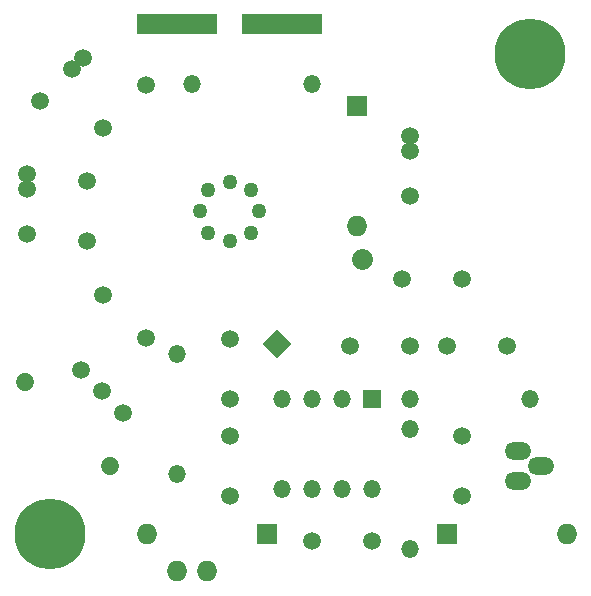
<source format=gts>
G04 (created by PCBNEW (22-Jun-2014 BZR 4027)-stable) date Fri 15 Dec 2017 03:30:48 AM CST*
%MOIN*%
G04 Gerber Fmt 3.4, Leading zero omitted, Abs format*
%FSLAX34Y34*%
G01*
G70*
G90*
G04 APERTURE LIST*
%ADD10C,0.00590551*%
%ADD11O,0.0885X0.059*%
%ADD12O,0.059X0.059*%
%ADD13C,0.059*%
%ADD14R,0.069X0.069*%
%ADD15O,0.069X0.069*%
%ADD16C,0.069*%
%ADD17C,0.059*%
%ADD18C,0.05*%
%ADD19R,0.059X0.059*%
%ADD20R,0.269X0.069*%
%ADD21C,0.23622*%
G04 APERTURE END LIST*
G54D10*
G54D11*
X95352Y-40500D03*
X96147Y-41000D03*
X95352Y-41500D03*
G54D12*
X91750Y-38750D03*
X95750Y-38750D03*
X91750Y-43750D03*
X91750Y-39750D03*
X84000Y-41250D03*
X84000Y-37250D03*
X84500Y-28250D03*
X88500Y-28250D03*
G54D13*
X81750Y-41000D02*
X81750Y-41000D01*
X78921Y-38171D02*
X78921Y-38171D01*
G54D14*
X93000Y-43250D03*
G54D15*
X97000Y-43250D03*
G54D10*
G36*
X87335Y-36426D02*
X87823Y-36914D01*
X87335Y-37402D01*
X86847Y-36914D01*
X87335Y-36426D01*
X87335Y-36426D01*
G37*
G54D16*
X90164Y-34085D02*
X90164Y-34085D01*
G54D14*
X90000Y-29000D03*
G54D15*
X90000Y-33000D03*
G54D14*
X87000Y-43250D03*
G54D15*
X83000Y-43250D03*
G54D17*
X91750Y-37000D03*
X89750Y-37000D03*
X93500Y-42000D03*
X93500Y-40000D03*
X85750Y-42000D03*
X85750Y-40000D03*
X82957Y-28292D03*
X81542Y-29707D03*
X95000Y-37000D03*
X93000Y-37000D03*
X88500Y-43500D03*
X90500Y-43500D03*
X81542Y-35292D03*
X82957Y-36707D03*
X85750Y-38750D03*
X85750Y-36750D03*
X81000Y-31500D03*
X81000Y-33500D03*
X93500Y-34750D03*
X91500Y-34750D03*
G54D18*
X85042Y-31792D03*
X86457Y-31792D03*
X86739Y-32500D03*
X85750Y-31510D03*
X86457Y-33207D03*
X85750Y-33489D03*
X85042Y-33207D03*
X84760Y-32500D03*
G54D19*
X90500Y-38750D03*
G54D12*
X89500Y-38750D03*
X88500Y-38750D03*
X87500Y-38750D03*
X87500Y-41750D03*
X88500Y-41750D03*
X90500Y-41750D03*
X89500Y-41750D03*
G54D20*
X87500Y-26250D03*
X84000Y-26250D03*
G54D15*
X85000Y-44500D03*
X84000Y-44500D03*
G54D21*
X95750Y-27250D03*
X79750Y-43250D03*
G54D17*
X80792Y-37792D03*
X82207Y-39207D03*
X81500Y-38500D03*
X80853Y-27396D03*
X79439Y-28810D03*
X80500Y-27750D03*
X91750Y-30000D03*
X91750Y-32000D03*
X91750Y-30500D03*
X79000Y-31250D03*
X79000Y-33250D03*
X79000Y-31750D03*
M02*

</source>
